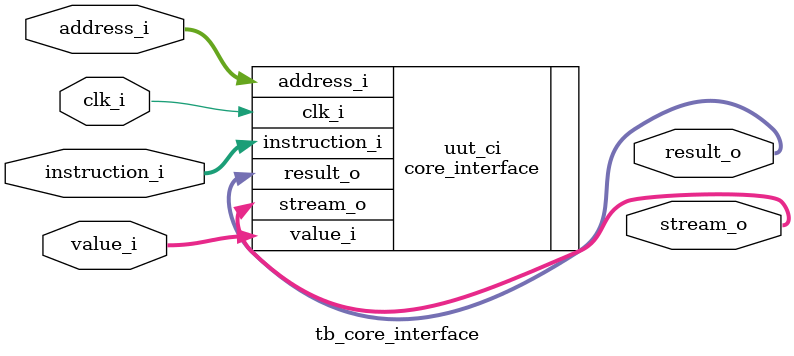
<source format=v>
module tb_core_interface(
    input wire clk_i,
    input wire [7:0] instruction_i,
    input wire [23:0] address_i,
    input wire [31:0] value_i,
    output wire [31:0] result_o,
    output wire [31:0] stream_o
);

    `ifdef COCOTB_SIM
        initial begin
            $dumpfile("waves_tb_core_interface.vcd");
            $dumpvars(0, uut_ci);
        end
    `endif

    core_interface # (
        .TOTAL_INPUTS(4), .TOTAL_OUTPUTS(1), .START_ADDRESS(0), .END_ADDRESS(4)
    ) uut_ci (
        .clk_i(clk_i), .instruction_i(instruction_i), .address_i(address_i), 
        .value_i(value_i), .result_o(result_o), .stream_o(stream_o)
    );

endmodule
</source>
